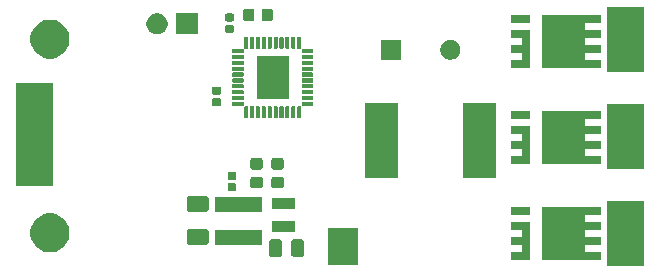
<source format=gbs>
G04 #@! TF.GenerationSoftware,KiCad,Pcbnew,5.1.6*
G04 #@! TF.CreationDate,2020-07-14T15:18:58-04:00*
G04 #@! TF.ProjectId,bldc-controller,626c6463-2d63-46f6-9e74-726f6c6c6572,rev?*
G04 #@! TF.SameCoordinates,Original*
G04 #@! TF.FileFunction,Soldermask,Bot*
G04 #@! TF.FilePolarity,Negative*
%FSLAX46Y46*%
G04 Gerber Fmt 4.6, Leading zero omitted, Abs format (unit mm)*
G04 Created by KiCad (PCBNEW 5.1.6) date 2020-07-14 15:18:58*
%MOMM*%
%LPD*%
G01*
G04 APERTURE LIST*
%ADD10C,0.100000*%
G04 APERTURE END LIST*
D10*
G36*
X78800800Y-122700800D02*
G01*
X75699200Y-122700800D01*
X75699200Y-117199200D01*
X78800800Y-117199200D01*
X78800800Y-122700800D01*
G37*
G36*
X54600800Y-122600800D02*
G01*
X51999200Y-122600800D01*
X51999200Y-119499200D01*
X54600800Y-119499200D01*
X54600800Y-122600800D01*
G37*
G36*
X69180800Y-122205800D02*
G01*
X67529200Y-122205800D01*
X67529200Y-121504200D01*
X68413401Y-121504200D01*
X68423311Y-121503224D01*
X68432841Y-121500333D01*
X68441623Y-121495639D01*
X68449321Y-121489321D01*
X68455639Y-121481623D01*
X68460333Y-121472841D01*
X68463224Y-121463311D01*
X68464200Y-121453401D01*
X68464200Y-120986599D01*
X68463224Y-120976689D01*
X68460333Y-120967159D01*
X68455639Y-120958377D01*
X68449321Y-120950679D01*
X68441623Y-120944361D01*
X68432841Y-120939667D01*
X68423311Y-120936776D01*
X68413401Y-120935800D01*
X67529200Y-120935800D01*
X67529200Y-120234200D01*
X68413401Y-120234200D01*
X68423311Y-120233224D01*
X68432841Y-120230333D01*
X68441623Y-120225639D01*
X68449321Y-120219321D01*
X68455639Y-120211623D01*
X68460333Y-120202841D01*
X68463224Y-120193311D01*
X68464200Y-120183401D01*
X68464200Y-119716599D01*
X68463224Y-119706689D01*
X68460333Y-119697159D01*
X68455639Y-119688377D01*
X68449321Y-119680679D01*
X68441623Y-119674361D01*
X68432841Y-119669667D01*
X68423311Y-119666776D01*
X68413401Y-119665800D01*
X67529200Y-119665800D01*
X67529200Y-118964200D01*
X69180800Y-118964200D01*
X69180800Y-122205800D01*
G37*
G36*
X75170800Y-118395800D02*
G01*
X73874099Y-118395800D01*
X73864189Y-118396776D01*
X73854659Y-118399667D01*
X73845877Y-118404361D01*
X73838179Y-118410679D01*
X73831861Y-118418377D01*
X73827167Y-118427159D01*
X73824276Y-118436689D01*
X73823300Y-118446599D01*
X73823300Y-118913401D01*
X73824276Y-118923311D01*
X73827167Y-118932841D01*
X73831861Y-118941623D01*
X73838179Y-118949321D01*
X73845877Y-118955639D01*
X73854659Y-118960333D01*
X73864189Y-118963224D01*
X73874099Y-118964200D01*
X75170800Y-118964200D01*
X75170800Y-119665800D01*
X73874099Y-119665800D01*
X73864189Y-119666776D01*
X73854659Y-119669667D01*
X73845877Y-119674361D01*
X73838179Y-119680679D01*
X73831861Y-119688377D01*
X73827167Y-119697159D01*
X73824276Y-119706689D01*
X73823300Y-119716599D01*
X73823300Y-120183401D01*
X73824276Y-120193311D01*
X73827167Y-120202841D01*
X73831861Y-120211623D01*
X73838179Y-120219321D01*
X73845877Y-120225639D01*
X73854659Y-120230333D01*
X73864189Y-120233224D01*
X73874099Y-120234200D01*
X75170800Y-120234200D01*
X75170800Y-120935800D01*
X73874099Y-120935800D01*
X73864189Y-120936776D01*
X73854659Y-120939667D01*
X73845877Y-120944361D01*
X73838179Y-120950679D01*
X73831861Y-120958377D01*
X73827167Y-120967159D01*
X73824276Y-120976689D01*
X73823300Y-120986599D01*
X73823300Y-121453401D01*
X73824276Y-121463311D01*
X73827167Y-121472841D01*
X73831861Y-121481623D01*
X73838179Y-121489321D01*
X73845877Y-121495639D01*
X73854659Y-121500333D01*
X73864189Y-121503224D01*
X73874099Y-121504200D01*
X75170800Y-121504200D01*
X75170800Y-122205800D01*
X70171700Y-122205800D01*
X70171700Y-117694200D01*
X75170800Y-117694200D01*
X75170800Y-118395800D01*
G37*
G36*
X49807552Y-120442124D02*
G01*
X49853237Y-120455982D01*
X49895333Y-120478483D01*
X49932234Y-120508766D01*
X49962517Y-120545667D01*
X49985018Y-120587763D01*
X49998876Y-120633448D01*
X50003800Y-120683442D01*
X50003800Y-121692558D01*
X49998876Y-121742552D01*
X49985018Y-121788237D01*
X49962517Y-121830333D01*
X49932234Y-121867234D01*
X49895333Y-121897517D01*
X49853237Y-121920018D01*
X49807552Y-121933876D01*
X49757558Y-121938800D01*
X49173442Y-121938800D01*
X49123448Y-121933876D01*
X49077763Y-121920018D01*
X49035667Y-121897517D01*
X48998766Y-121867234D01*
X48968483Y-121830333D01*
X48945982Y-121788237D01*
X48932124Y-121742552D01*
X48927200Y-121692558D01*
X48927200Y-120683442D01*
X48932124Y-120633448D01*
X48945982Y-120587763D01*
X48968483Y-120545667D01*
X48998766Y-120508766D01*
X49035667Y-120478483D01*
X49077763Y-120455982D01*
X49123448Y-120442124D01*
X49173442Y-120437200D01*
X49757558Y-120437200D01*
X49807552Y-120442124D01*
G37*
G36*
X47932552Y-120442124D02*
G01*
X47978237Y-120455982D01*
X48020333Y-120478483D01*
X48057234Y-120508766D01*
X48087517Y-120545667D01*
X48110018Y-120587763D01*
X48123876Y-120633448D01*
X48128800Y-120683442D01*
X48128800Y-121692558D01*
X48123876Y-121742552D01*
X48110018Y-121788237D01*
X48087517Y-121830333D01*
X48057234Y-121867234D01*
X48020333Y-121897517D01*
X47978237Y-121920018D01*
X47932552Y-121933876D01*
X47882558Y-121938800D01*
X47298442Y-121938800D01*
X47248448Y-121933876D01*
X47202763Y-121920018D01*
X47160667Y-121897517D01*
X47123766Y-121867234D01*
X47093483Y-121830333D01*
X47070982Y-121788237D01*
X47057124Y-121742552D01*
X47052200Y-121692558D01*
X47052200Y-120683442D01*
X47057124Y-120633448D01*
X47070982Y-120587763D01*
X47093483Y-120545667D01*
X47123766Y-120508766D01*
X47160667Y-120478483D01*
X47202763Y-120455982D01*
X47248448Y-120442124D01*
X47298442Y-120437200D01*
X47882558Y-120437200D01*
X47932552Y-120442124D01*
G37*
G36*
X28981521Y-118312639D02*
G01*
X29281947Y-118437080D01*
X29552324Y-118617740D01*
X29782260Y-118847676D01*
X29962920Y-119118053D01*
X30087361Y-119418479D01*
X30150800Y-119737410D01*
X30150800Y-120062590D01*
X30087361Y-120381521D01*
X29962920Y-120681947D01*
X29782260Y-120952324D01*
X29552324Y-121182260D01*
X29281947Y-121362920D01*
X28981521Y-121487361D01*
X28662590Y-121550800D01*
X28337410Y-121550800D01*
X28018479Y-121487361D01*
X27718053Y-121362920D01*
X27447676Y-121182260D01*
X27217740Y-120952324D01*
X27037080Y-120681947D01*
X26912639Y-120381521D01*
X26849200Y-120062590D01*
X26849200Y-119737410D01*
X26912639Y-119418479D01*
X27037080Y-119118053D01*
X27217740Y-118847676D01*
X27447676Y-118617740D01*
X27718053Y-118437080D01*
X28018479Y-118312639D01*
X28337410Y-118249200D01*
X28662590Y-118249200D01*
X28981521Y-118312639D01*
G37*
G36*
X46464800Y-120952800D02*
G01*
X42463200Y-120952800D01*
X42463200Y-119651200D01*
X46464800Y-119651200D01*
X46464800Y-120952800D01*
G37*
G36*
X41732699Y-119579049D02*
G01*
X41777648Y-119592684D01*
X41819072Y-119614826D01*
X41855379Y-119644621D01*
X41885174Y-119680928D01*
X41907316Y-119722352D01*
X41920951Y-119767301D01*
X41925800Y-119816533D01*
X41925800Y-120683467D01*
X41920951Y-120732699D01*
X41907316Y-120777648D01*
X41885174Y-120819072D01*
X41855379Y-120855379D01*
X41819072Y-120885174D01*
X41777648Y-120907316D01*
X41732699Y-120920951D01*
X41683467Y-120925800D01*
X40316533Y-120925800D01*
X40267301Y-120920951D01*
X40222352Y-120907316D01*
X40180928Y-120885174D01*
X40144621Y-120855379D01*
X40114826Y-120819072D01*
X40092684Y-120777648D01*
X40079049Y-120732699D01*
X40074200Y-120683467D01*
X40074200Y-119816533D01*
X40079049Y-119767301D01*
X40092684Y-119722352D01*
X40114826Y-119680928D01*
X40144621Y-119644621D01*
X40180928Y-119614826D01*
X40222352Y-119592684D01*
X40267301Y-119579049D01*
X40316533Y-119574200D01*
X41683467Y-119574200D01*
X41732699Y-119579049D01*
G37*
G36*
X49224800Y-119819800D02*
G01*
X47323200Y-119819800D01*
X47323200Y-118868200D01*
X49224800Y-118868200D01*
X49224800Y-119819800D01*
G37*
G36*
X69180800Y-118395800D02*
G01*
X67529200Y-118395800D01*
X67529200Y-117694200D01*
X69180800Y-117694200D01*
X69180800Y-118395800D01*
G37*
G36*
X46464800Y-118152800D02*
G01*
X42463200Y-118152800D01*
X42463200Y-116851200D01*
X46464800Y-116851200D01*
X46464800Y-118152800D01*
G37*
G36*
X41732699Y-116779049D02*
G01*
X41777648Y-116792684D01*
X41819072Y-116814826D01*
X41855379Y-116844621D01*
X41885174Y-116880928D01*
X41907316Y-116922352D01*
X41920951Y-116967301D01*
X41925800Y-117016533D01*
X41925800Y-117883467D01*
X41920951Y-117932699D01*
X41907316Y-117977648D01*
X41885174Y-118019072D01*
X41855379Y-118055379D01*
X41819072Y-118085174D01*
X41777648Y-118107316D01*
X41732699Y-118120951D01*
X41683467Y-118125800D01*
X40316533Y-118125800D01*
X40267301Y-118120951D01*
X40222352Y-118107316D01*
X40180928Y-118085174D01*
X40144621Y-118055379D01*
X40114826Y-118019072D01*
X40092684Y-117977648D01*
X40079049Y-117932699D01*
X40074200Y-117883467D01*
X40074200Y-117016533D01*
X40079049Y-116967301D01*
X40092684Y-116922352D01*
X40114826Y-116880928D01*
X40144621Y-116844621D01*
X40180928Y-116814826D01*
X40222352Y-116792684D01*
X40267301Y-116779049D01*
X40316533Y-116774200D01*
X41683467Y-116774200D01*
X41732699Y-116779049D01*
G37*
G36*
X49224800Y-117919800D02*
G01*
X47323200Y-117919800D01*
X47323200Y-116968200D01*
X49224800Y-116968200D01*
X49224800Y-117919800D01*
G37*
G36*
X44152027Y-115692275D02*
G01*
X44179650Y-115700654D01*
X44205113Y-115714264D01*
X44227425Y-115732575D01*
X44245736Y-115754887D01*
X44259346Y-115780350D01*
X44267725Y-115807973D01*
X44270800Y-115839191D01*
X44270800Y-116230809D01*
X44267725Y-116262027D01*
X44259346Y-116289650D01*
X44245736Y-116315113D01*
X44227425Y-116337425D01*
X44205113Y-116355736D01*
X44179650Y-116369346D01*
X44152027Y-116377725D01*
X44120809Y-116380800D01*
X43679191Y-116380800D01*
X43647973Y-116377725D01*
X43620350Y-116369346D01*
X43594887Y-116355736D01*
X43572575Y-116337425D01*
X43554264Y-116315113D01*
X43540654Y-116289650D01*
X43532275Y-116262027D01*
X43529200Y-116230809D01*
X43529200Y-115839191D01*
X43532275Y-115807973D01*
X43540654Y-115780350D01*
X43554264Y-115754887D01*
X43572575Y-115732575D01*
X43594887Y-115714264D01*
X43620350Y-115700654D01*
X43647973Y-115692275D01*
X43679191Y-115689200D01*
X44120809Y-115689200D01*
X44152027Y-115692275D01*
G37*
G36*
X46337674Y-115141643D02*
G01*
X46378667Y-115154078D01*
X46416448Y-115174273D01*
X46449556Y-115201444D01*
X46476727Y-115234552D01*
X46496922Y-115272333D01*
X46509357Y-115313326D01*
X46513800Y-115358441D01*
X46513800Y-115892559D01*
X46509357Y-115937674D01*
X46496922Y-115978667D01*
X46476727Y-116016448D01*
X46449556Y-116049556D01*
X46416448Y-116076727D01*
X46378667Y-116096922D01*
X46337674Y-116109357D01*
X46292559Y-116113800D01*
X45683441Y-116113800D01*
X45638326Y-116109357D01*
X45597333Y-116096922D01*
X45559552Y-116076727D01*
X45526444Y-116049556D01*
X45499273Y-116016448D01*
X45479078Y-115978667D01*
X45466643Y-115937674D01*
X45462200Y-115892559D01*
X45462200Y-115358441D01*
X45466643Y-115313326D01*
X45479078Y-115272333D01*
X45499273Y-115234552D01*
X45526444Y-115201444D01*
X45559552Y-115174273D01*
X45597333Y-115154078D01*
X45638326Y-115141643D01*
X45683441Y-115137200D01*
X46292559Y-115137200D01*
X46337674Y-115141643D01*
G37*
G36*
X48115674Y-115141643D02*
G01*
X48156667Y-115154078D01*
X48194448Y-115174273D01*
X48227556Y-115201444D01*
X48254727Y-115234552D01*
X48274922Y-115272333D01*
X48287357Y-115313326D01*
X48291800Y-115358441D01*
X48291800Y-115892559D01*
X48287357Y-115937674D01*
X48274922Y-115978667D01*
X48254727Y-116016448D01*
X48227556Y-116049556D01*
X48194448Y-116076727D01*
X48156667Y-116096922D01*
X48115674Y-116109357D01*
X48070559Y-116113800D01*
X47461441Y-116113800D01*
X47416326Y-116109357D01*
X47375333Y-116096922D01*
X47337552Y-116076727D01*
X47304444Y-116049556D01*
X47277273Y-116016448D01*
X47257078Y-115978667D01*
X47244643Y-115937674D01*
X47240200Y-115892559D01*
X47240200Y-115358441D01*
X47244643Y-115313326D01*
X47257078Y-115272333D01*
X47277273Y-115234552D01*
X47304444Y-115201444D01*
X47337552Y-115174273D01*
X47375333Y-115154078D01*
X47416326Y-115141643D01*
X47461441Y-115137200D01*
X48070559Y-115137200D01*
X48115674Y-115141643D01*
G37*
G36*
X28750800Y-115950800D02*
G01*
X25649200Y-115950800D01*
X25649200Y-107249200D01*
X28750800Y-107249200D01*
X28750800Y-115950800D01*
G37*
G36*
X44152027Y-114722275D02*
G01*
X44179650Y-114730654D01*
X44205113Y-114744264D01*
X44227425Y-114762575D01*
X44245736Y-114784887D01*
X44259346Y-114810350D01*
X44267725Y-114837973D01*
X44270800Y-114869191D01*
X44270800Y-115260809D01*
X44267725Y-115292027D01*
X44259346Y-115319650D01*
X44245736Y-115345113D01*
X44227425Y-115367425D01*
X44205113Y-115385736D01*
X44179650Y-115399346D01*
X44152027Y-115407725D01*
X44120809Y-115410800D01*
X43679191Y-115410800D01*
X43647973Y-115407725D01*
X43620350Y-115399346D01*
X43594887Y-115385736D01*
X43572575Y-115367425D01*
X43554264Y-115345113D01*
X43540654Y-115319650D01*
X43532275Y-115292027D01*
X43529200Y-115260809D01*
X43529200Y-114869191D01*
X43532275Y-114837973D01*
X43540654Y-114810350D01*
X43554264Y-114784887D01*
X43572575Y-114762575D01*
X43594887Y-114744264D01*
X43620350Y-114730654D01*
X43647973Y-114722275D01*
X43679191Y-114719200D01*
X44120809Y-114719200D01*
X44152027Y-114722275D01*
G37*
G36*
X66290800Y-115216800D02*
G01*
X63489200Y-115216800D01*
X63489200Y-108915200D01*
X66290800Y-108915200D01*
X66290800Y-115216800D01*
G37*
G36*
X57990800Y-115216800D02*
G01*
X55189200Y-115216800D01*
X55189200Y-108915200D01*
X57990800Y-108915200D01*
X57990800Y-115216800D01*
G37*
G36*
X46337674Y-113566643D02*
G01*
X46378667Y-113579078D01*
X46416448Y-113599273D01*
X46449556Y-113626444D01*
X46476727Y-113659552D01*
X46496922Y-113697333D01*
X46509357Y-113738326D01*
X46513800Y-113783441D01*
X46513800Y-114317559D01*
X46509357Y-114362674D01*
X46496922Y-114403667D01*
X46476727Y-114441448D01*
X46449556Y-114474556D01*
X46416448Y-114501727D01*
X46378667Y-114521922D01*
X46337674Y-114534357D01*
X46292559Y-114538800D01*
X45683441Y-114538800D01*
X45638326Y-114534357D01*
X45597333Y-114521922D01*
X45559552Y-114501727D01*
X45526444Y-114474556D01*
X45499273Y-114441448D01*
X45479078Y-114403667D01*
X45466643Y-114362674D01*
X45462200Y-114317559D01*
X45462200Y-113783441D01*
X45466643Y-113738326D01*
X45479078Y-113697333D01*
X45499273Y-113659552D01*
X45526444Y-113626444D01*
X45559552Y-113599273D01*
X45597333Y-113579078D01*
X45638326Y-113566643D01*
X45683441Y-113562200D01*
X46292559Y-113562200D01*
X46337674Y-113566643D01*
G37*
G36*
X48115674Y-113566643D02*
G01*
X48156667Y-113579078D01*
X48194448Y-113599273D01*
X48227556Y-113626444D01*
X48254727Y-113659552D01*
X48274922Y-113697333D01*
X48287357Y-113738326D01*
X48291800Y-113783441D01*
X48291800Y-114317559D01*
X48287357Y-114362674D01*
X48274922Y-114403667D01*
X48254727Y-114441448D01*
X48227556Y-114474556D01*
X48194448Y-114501727D01*
X48156667Y-114521922D01*
X48115674Y-114534357D01*
X48070559Y-114538800D01*
X47461441Y-114538800D01*
X47416326Y-114534357D01*
X47375333Y-114521922D01*
X47337552Y-114501727D01*
X47304444Y-114474556D01*
X47277273Y-114441448D01*
X47257078Y-114403667D01*
X47244643Y-114362674D01*
X47240200Y-114317559D01*
X47240200Y-113783441D01*
X47244643Y-113738326D01*
X47257078Y-113697333D01*
X47277273Y-113659552D01*
X47304444Y-113626444D01*
X47337552Y-113599273D01*
X47375333Y-113579078D01*
X47416326Y-113566643D01*
X47461441Y-113562200D01*
X48070559Y-113562200D01*
X48115674Y-113566643D01*
G37*
G36*
X78800800Y-114500800D02*
G01*
X75699200Y-114500800D01*
X75699200Y-108999200D01*
X78800800Y-108999200D01*
X78800800Y-114500800D01*
G37*
G36*
X69180800Y-114067800D02*
G01*
X67529200Y-114067800D01*
X67529200Y-113366200D01*
X68413401Y-113366200D01*
X68423311Y-113365224D01*
X68432841Y-113362333D01*
X68441623Y-113357639D01*
X68449321Y-113351321D01*
X68455639Y-113343623D01*
X68460333Y-113334841D01*
X68463224Y-113325311D01*
X68464200Y-113315401D01*
X68464200Y-112848599D01*
X68463224Y-112838689D01*
X68460333Y-112829159D01*
X68455639Y-112820377D01*
X68449321Y-112812679D01*
X68441623Y-112806361D01*
X68432841Y-112801667D01*
X68423311Y-112798776D01*
X68413401Y-112797800D01*
X67529200Y-112797800D01*
X67529200Y-112096200D01*
X68413401Y-112096200D01*
X68423311Y-112095224D01*
X68432841Y-112092333D01*
X68441623Y-112087639D01*
X68449321Y-112081321D01*
X68455639Y-112073623D01*
X68460333Y-112064841D01*
X68463224Y-112055311D01*
X68464200Y-112045401D01*
X68464200Y-111578599D01*
X68463224Y-111568689D01*
X68460333Y-111559159D01*
X68455639Y-111550377D01*
X68449321Y-111542679D01*
X68441623Y-111536361D01*
X68432841Y-111531667D01*
X68423311Y-111528776D01*
X68413401Y-111527800D01*
X67529200Y-111527800D01*
X67529200Y-110826200D01*
X69180800Y-110826200D01*
X69180800Y-114067800D01*
G37*
G36*
X75170800Y-110257800D02*
G01*
X73874099Y-110257800D01*
X73864189Y-110258776D01*
X73854659Y-110261667D01*
X73845877Y-110266361D01*
X73838179Y-110272679D01*
X73831861Y-110280377D01*
X73827167Y-110289159D01*
X73824276Y-110298689D01*
X73823300Y-110308599D01*
X73823300Y-110775401D01*
X73824276Y-110785311D01*
X73827167Y-110794841D01*
X73831861Y-110803623D01*
X73838179Y-110811321D01*
X73845877Y-110817639D01*
X73854659Y-110822333D01*
X73864189Y-110825224D01*
X73874099Y-110826200D01*
X75170800Y-110826200D01*
X75170800Y-111527800D01*
X73874099Y-111527800D01*
X73864189Y-111528776D01*
X73854659Y-111531667D01*
X73845877Y-111536361D01*
X73838179Y-111542679D01*
X73831861Y-111550377D01*
X73827167Y-111559159D01*
X73824276Y-111568689D01*
X73823300Y-111578599D01*
X73823300Y-112045401D01*
X73824276Y-112055311D01*
X73827167Y-112064841D01*
X73831861Y-112073623D01*
X73838179Y-112081321D01*
X73845877Y-112087639D01*
X73854659Y-112092333D01*
X73864189Y-112095224D01*
X73874099Y-112096200D01*
X75170800Y-112096200D01*
X75170800Y-112797800D01*
X73874099Y-112797800D01*
X73864189Y-112798776D01*
X73854659Y-112801667D01*
X73845877Y-112806361D01*
X73838179Y-112812679D01*
X73831861Y-112820377D01*
X73827167Y-112829159D01*
X73824276Y-112838689D01*
X73823300Y-112848599D01*
X73823300Y-113315401D01*
X73824276Y-113325311D01*
X73827167Y-113334841D01*
X73831861Y-113343623D01*
X73838179Y-113351321D01*
X73845877Y-113357639D01*
X73854659Y-113362333D01*
X73864189Y-113365224D01*
X73874099Y-113366200D01*
X75170800Y-113366200D01*
X75170800Y-114067800D01*
X70171700Y-114067800D01*
X70171700Y-109556200D01*
X75170800Y-109556200D01*
X75170800Y-110257800D01*
G37*
G36*
X69180800Y-110257800D02*
G01*
X67529200Y-110257800D01*
X67529200Y-109556200D01*
X69180800Y-109556200D01*
X69180800Y-110257800D01*
G37*
G36*
X47725444Y-109200641D02*
G01*
X47737124Y-109204184D01*
X47747886Y-109209937D01*
X47757320Y-109217680D01*
X47765063Y-109227114D01*
X47770816Y-109237876D01*
X47774359Y-109249556D01*
X47775800Y-109264191D01*
X47775800Y-110110809D01*
X47774359Y-110125444D01*
X47770816Y-110137124D01*
X47765063Y-110147886D01*
X47757320Y-110157320D01*
X47747886Y-110165063D01*
X47737124Y-110170816D01*
X47725444Y-110174359D01*
X47710809Y-110175800D01*
X47489191Y-110175800D01*
X47474556Y-110174359D01*
X47462876Y-110170816D01*
X47452114Y-110165063D01*
X47442680Y-110157320D01*
X47434937Y-110147886D01*
X47429184Y-110137124D01*
X47425641Y-110125444D01*
X47424200Y-110110809D01*
X47424200Y-109264191D01*
X47425641Y-109249556D01*
X47429184Y-109237876D01*
X47434937Y-109227114D01*
X47442680Y-109217680D01*
X47452114Y-109209937D01*
X47462876Y-109204184D01*
X47474556Y-109200641D01*
X47489191Y-109199200D01*
X47710809Y-109199200D01*
X47725444Y-109200641D01*
G37*
G36*
X49725444Y-109200641D02*
G01*
X49741068Y-109205381D01*
X49742709Y-109206060D01*
X49752477Y-109208001D01*
X49762435Y-109207999D01*
X49768136Y-109206864D01*
X49766999Y-109212585D01*
X49767001Y-109222543D01*
X49768945Y-109232310D01*
X49769626Y-109233953D01*
X49774359Y-109249556D01*
X49775800Y-109264191D01*
X49775800Y-110110809D01*
X49774359Y-110125444D01*
X49770816Y-110137124D01*
X49765063Y-110147886D01*
X49757320Y-110157320D01*
X49747886Y-110165063D01*
X49737124Y-110170816D01*
X49725444Y-110174359D01*
X49710809Y-110175800D01*
X49489191Y-110175800D01*
X49474556Y-110174359D01*
X49462876Y-110170816D01*
X49452114Y-110165063D01*
X49442680Y-110157320D01*
X49434937Y-110147886D01*
X49429184Y-110137124D01*
X49425641Y-110125444D01*
X49424200Y-110110809D01*
X49424200Y-109264191D01*
X49425641Y-109249556D01*
X49429184Y-109237876D01*
X49434937Y-109227114D01*
X49442680Y-109217680D01*
X49452114Y-109209937D01*
X49462876Y-109204184D01*
X49474556Y-109200641D01*
X49489191Y-109199200D01*
X49710809Y-109199200D01*
X49725444Y-109200641D01*
G37*
G36*
X48725444Y-109200641D02*
G01*
X48737124Y-109204184D01*
X48747886Y-109209937D01*
X48757320Y-109217680D01*
X48765063Y-109227114D01*
X48770816Y-109237876D01*
X48774359Y-109249556D01*
X48775800Y-109264191D01*
X48775800Y-110110809D01*
X48774359Y-110125444D01*
X48770816Y-110137124D01*
X48765063Y-110147886D01*
X48757320Y-110157320D01*
X48747886Y-110165063D01*
X48737124Y-110170816D01*
X48725444Y-110174359D01*
X48710809Y-110175800D01*
X48489191Y-110175800D01*
X48474556Y-110174359D01*
X48462876Y-110170816D01*
X48452114Y-110165063D01*
X48442680Y-110157320D01*
X48434937Y-110147886D01*
X48429184Y-110137124D01*
X48425641Y-110125444D01*
X48424200Y-110110809D01*
X48424200Y-109264191D01*
X48425641Y-109249556D01*
X48429184Y-109237876D01*
X48434937Y-109227114D01*
X48442680Y-109217680D01*
X48452114Y-109209937D01*
X48462876Y-109204184D01*
X48474556Y-109200641D01*
X48489191Y-109199200D01*
X48710809Y-109199200D01*
X48725444Y-109200641D01*
G37*
G36*
X48225444Y-109200641D02*
G01*
X48237124Y-109204184D01*
X48247886Y-109209937D01*
X48257320Y-109217680D01*
X48265063Y-109227114D01*
X48270816Y-109237876D01*
X48274359Y-109249556D01*
X48275800Y-109264191D01*
X48275800Y-110110809D01*
X48274359Y-110125444D01*
X48270816Y-110137124D01*
X48265063Y-110147886D01*
X48257320Y-110157320D01*
X48247886Y-110165063D01*
X48237124Y-110170816D01*
X48225444Y-110174359D01*
X48210809Y-110175800D01*
X47989191Y-110175800D01*
X47974556Y-110174359D01*
X47962876Y-110170816D01*
X47952114Y-110165063D01*
X47942680Y-110157320D01*
X47934937Y-110147886D01*
X47929184Y-110137124D01*
X47925641Y-110125444D01*
X47924200Y-110110809D01*
X47924200Y-109264191D01*
X47925641Y-109249556D01*
X47929184Y-109237876D01*
X47934937Y-109227114D01*
X47942680Y-109217680D01*
X47952114Y-109209937D01*
X47962876Y-109204184D01*
X47974556Y-109200641D01*
X47989191Y-109199200D01*
X48210809Y-109199200D01*
X48225444Y-109200641D01*
G37*
G36*
X47225444Y-109200641D02*
G01*
X47237124Y-109204184D01*
X47247886Y-109209937D01*
X47257320Y-109217680D01*
X47265063Y-109227114D01*
X47270816Y-109237876D01*
X47274359Y-109249556D01*
X47275800Y-109264191D01*
X47275800Y-110110809D01*
X47274359Y-110125444D01*
X47270816Y-110137124D01*
X47265063Y-110147886D01*
X47257320Y-110157320D01*
X47247886Y-110165063D01*
X47237124Y-110170816D01*
X47225444Y-110174359D01*
X47210809Y-110175800D01*
X46989191Y-110175800D01*
X46974556Y-110174359D01*
X46962876Y-110170816D01*
X46952114Y-110165063D01*
X46942680Y-110157320D01*
X46934937Y-110147886D01*
X46929184Y-110137124D01*
X46925641Y-110125444D01*
X46924200Y-110110809D01*
X46924200Y-109264191D01*
X46925641Y-109249556D01*
X46929184Y-109237876D01*
X46934937Y-109227114D01*
X46942680Y-109217680D01*
X46952114Y-109209937D01*
X46962876Y-109204184D01*
X46974556Y-109200641D01*
X46989191Y-109199200D01*
X47210809Y-109199200D01*
X47225444Y-109200641D01*
G37*
G36*
X46725444Y-109200641D02*
G01*
X46737124Y-109204184D01*
X46747886Y-109209937D01*
X46757320Y-109217680D01*
X46765063Y-109227114D01*
X46770816Y-109237876D01*
X46774359Y-109249556D01*
X46775800Y-109264191D01*
X46775800Y-110110809D01*
X46774359Y-110125444D01*
X46770816Y-110137124D01*
X46765063Y-110147886D01*
X46757320Y-110157320D01*
X46747886Y-110165063D01*
X46737124Y-110170816D01*
X46725444Y-110174359D01*
X46710809Y-110175800D01*
X46489191Y-110175800D01*
X46474556Y-110174359D01*
X46462876Y-110170816D01*
X46452114Y-110165063D01*
X46442680Y-110157320D01*
X46434937Y-110147886D01*
X46429184Y-110137124D01*
X46425641Y-110125444D01*
X46424200Y-110110809D01*
X46424200Y-109264191D01*
X46425641Y-109249556D01*
X46429184Y-109237876D01*
X46434937Y-109227114D01*
X46442680Y-109217680D01*
X46452114Y-109209937D01*
X46462876Y-109204184D01*
X46474556Y-109200641D01*
X46489191Y-109199200D01*
X46710809Y-109199200D01*
X46725444Y-109200641D01*
G37*
G36*
X45725444Y-109200641D02*
G01*
X45737124Y-109204184D01*
X45747886Y-109209937D01*
X45757320Y-109217680D01*
X45765063Y-109227114D01*
X45770816Y-109237876D01*
X45774359Y-109249556D01*
X45775800Y-109264191D01*
X45775800Y-110110809D01*
X45774359Y-110125444D01*
X45770816Y-110137124D01*
X45765063Y-110147886D01*
X45757320Y-110157320D01*
X45747886Y-110165063D01*
X45737124Y-110170816D01*
X45725444Y-110174359D01*
X45710809Y-110175800D01*
X45489191Y-110175800D01*
X45474556Y-110174359D01*
X45462876Y-110170816D01*
X45452114Y-110165063D01*
X45442680Y-110157320D01*
X45434937Y-110147886D01*
X45429184Y-110137124D01*
X45425641Y-110125444D01*
X45424200Y-110110809D01*
X45424200Y-109264191D01*
X45425641Y-109249556D01*
X45429184Y-109237876D01*
X45434937Y-109227114D01*
X45442680Y-109217680D01*
X45452114Y-109209937D01*
X45462876Y-109204184D01*
X45474556Y-109200641D01*
X45489191Y-109199200D01*
X45710809Y-109199200D01*
X45725444Y-109200641D01*
G37*
G36*
X49225444Y-109200641D02*
G01*
X49237124Y-109204184D01*
X49247886Y-109209937D01*
X49257320Y-109217680D01*
X49265063Y-109227114D01*
X49270816Y-109237876D01*
X49274359Y-109249556D01*
X49275800Y-109264191D01*
X49275800Y-110110809D01*
X49274359Y-110125444D01*
X49270816Y-110137124D01*
X49265063Y-110147886D01*
X49257320Y-110157320D01*
X49247886Y-110165063D01*
X49237124Y-110170816D01*
X49225444Y-110174359D01*
X49210809Y-110175800D01*
X48989191Y-110175800D01*
X48974556Y-110174359D01*
X48962876Y-110170816D01*
X48952114Y-110165063D01*
X48942680Y-110157320D01*
X48934937Y-110147886D01*
X48929184Y-110137124D01*
X48925641Y-110125444D01*
X48924200Y-110110809D01*
X48924200Y-109264191D01*
X48925641Y-109249556D01*
X48929184Y-109237876D01*
X48934937Y-109227114D01*
X48942680Y-109217680D01*
X48952114Y-109209937D01*
X48962876Y-109204184D01*
X48974556Y-109200641D01*
X48989191Y-109199200D01*
X49210809Y-109199200D01*
X49225444Y-109200641D01*
G37*
G36*
X46225444Y-109200641D02*
G01*
X46237124Y-109204184D01*
X46247886Y-109209937D01*
X46257320Y-109217680D01*
X46265063Y-109227114D01*
X46270816Y-109237876D01*
X46274359Y-109249556D01*
X46275800Y-109264191D01*
X46275800Y-110110809D01*
X46274359Y-110125444D01*
X46270816Y-110137124D01*
X46265063Y-110147886D01*
X46257320Y-110157320D01*
X46247886Y-110165063D01*
X46237124Y-110170816D01*
X46225444Y-110174359D01*
X46210809Y-110175800D01*
X45989191Y-110175800D01*
X45974556Y-110174359D01*
X45962876Y-110170816D01*
X45952114Y-110165063D01*
X45942680Y-110157320D01*
X45934937Y-110147886D01*
X45929184Y-110137124D01*
X45925641Y-110125444D01*
X45924200Y-110110809D01*
X45924200Y-109264191D01*
X45925641Y-109249556D01*
X45929184Y-109237876D01*
X45934937Y-109227114D01*
X45942680Y-109217680D01*
X45952114Y-109209937D01*
X45962876Y-109204184D01*
X45974556Y-109200641D01*
X45989191Y-109199200D01*
X46210809Y-109199200D01*
X46225444Y-109200641D01*
G37*
G36*
X45225444Y-109200641D02*
G01*
X45237124Y-109204184D01*
X45247886Y-109209937D01*
X45257320Y-109217680D01*
X45265063Y-109227114D01*
X45270816Y-109237876D01*
X45274359Y-109249556D01*
X45275800Y-109264191D01*
X45275800Y-110110809D01*
X45274359Y-110125444D01*
X45270816Y-110137124D01*
X45265063Y-110147886D01*
X45257320Y-110157320D01*
X45247886Y-110165063D01*
X45237124Y-110170816D01*
X45225444Y-110174359D01*
X45210809Y-110175800D01*
X44989191Y-110175800D01*
X44974556Y-110174359D01*
X44962876Y-110170816D01*
X44952114Y-110165063D01*
X44942680Y-110157320D01*
X44934937Y-110147886D01*
X44929184Y-110137124D01*
X44925641Y-110125444D01*
X44924200Y-110110809D01*
X44924200Y-109264191D01*
X44925641Y-109249556D01*
X44930381Y-109233932D01*
X44931060Y-109232291D01*
X44933001Y-109222523D01*
X44932999Y-109212565D01*
X44931864Y-109206864D01*
X44937585Y-109208001D01*
X44947543Y-109207999D01*
X44957310Y-109206055D01*
X44958953Y-109205374D01*
X44974556Y-109200641D01*
X44989191Y-109199200D01*
X45210809Y-109199200D01*
X45225444Y-109200641D01*
G37*
G36*
X42852027Y-108492275D02*
G01*
X42879650Y-108500654D01*
X42905113Y-108514264D01*
X42927425Y-108532575D01*
X42945736Y-108554887D01*
X42959346Y-108580350D01*
X42967725Y-108607973D01*
X42970800Y-108639191D01*
X42970800Y-109030809D01*
X42967725Y-109062027D01*
X42959346Y-109089650D01*
X42945736Y-109115113D01*
X42927425Y-109137425D01*
X42905113Y-109155736D01*
X42879650Y-109169346D01*
X42852027Y-109177725D01*
X42820809Y-109180800D01*
X42379191Y-109180800D01*
X42347973Y-109177725D01*
X42320350Y-109169346D01*
X42294887Y-109155736D01*
X42272575Y-109137425D01*
X42254264Y-109115113D01*
X42240654Y-109089650D01*
X42232275Y-109062027D01*
X42229200Y-109030809D01*
X42229200Y-108639191D01*
X42232275Y-108607973D01*
X42240654Y-108580350D01*
X42254264Y-108554887D01*
X42272575Y-108532575D01*
X42294887Y-108514264D01*
X42320350Y-108500654D01*
X42347973Y-108492275D01*
X42379191Y-108489200D01*
X42820809Y-108489200D01*
X42852027Y-108492275D01*
G37*
G36*
X50725444Y-108825641D02*
G01*
X50737124Y-108829184D01*
X50747886Y-108834937D01*
X50757320Y-108842680D01*
X50765063Y-108852114D01*
X50770816Y-108862876D01*
X50774359Y-108874556D01*
X50775800Y-108889191D01*
X50775800Y-109110809D01*
X50774359Y-109125444D01*
X50770816Y-109137124D01*
X50765063Y-109147886D01*
X50757320Y-109157320D01*
X50747886Y-109165063D01*
X50737124Y-109170816D01*
X50725444Y-109174359D01*
X50710809Y-109175800D01*
X49864191Y-109175800D01*
X49849556Y-109174359D01*
X49833932Y-109169619D01*
X49832291Y-109168940D01*
X49822523Y-109166999D01*
X49812565Y-109167001D01*
X49806864Y-109168136D01*
X49808001Y-109162415D01*
X49807999Y-109152457D01*
X49806055Y-109142690D01*
X49805374Y-109141047D01*
X49800641Y-109125444D01*
X49799200Y-109110809D01*
X49799200Y-108889191D01*
X49800641Y-108874556D01*
X49804184Y-108862876D01*
X49809937Y-108852114D01*
X49817680Y-108842680D01*
X49827114Y-108834937D01*
X49837876Y-108829184D01*
X49849556Y-108825641D01*
X49864191Y-108824200D01*
X50710809Y-108824200D01*
X50725444Y-108825641D01*
G37*
G36*
X44850444Y-108825641D02*
G01*
X44862124Y-108829184D01*
X44872886Y-108834937D01*
X44882320Y-108842680D01*
X44890063Y-108852114D01*
X44895816Y-108862876D01*
X44899359Y-108874556D01*
X44900800Y-108889191D01*
X44900800Y-109110809D01*
X44899359Y-109125444D01*
X44894619Y-109141068D01*
X44893940Y-109142709D01*
X44891999Y-109152477D01*
X44892001Y-109162435D01*
X44893136Y-109168136D01*
X44887415Y-109166999D01*
X44877457Y-109167001D01*
X44867690Y-109168945D01*
X44866047Y-109169626D01*
X44850444Y-109174359D01*
X44835809Y-109175800D01*
X43989191Y-109175800D01*
X43974556Y-109174359D01*
X43962876Y-109170816D01*
X43952114Y-109165063D01*
X43942680Y-109157320D01*
X43934937Y-109147886D01*
X43929184Y-109137124D01*
X43925641Y-109125444D01*
X43924200Y-109110809D01*
X43924200Y-108889191D01*
X43925641Y-108874556D01*
X43929184Y-108862876D01*
X43934937Y-108852114D01*
X43942680Y-108842680D01*
X43952114Y-108834937D01*
X43962876Y-108829184D01*
X43974556Y-108825641D01*
X43989191Y-108824200D01*
X44835809Y-108824200D01*
X44850444Y-108825641D01*
G37*
G36*
X44850444Y-108325641D02*
G01*
X44862124Y-108329184D01*
X44872886Y-108334937D01*
X44882320Y-108342680D01*
X44890063Y-108352114D01*
X44895816Y-108362876D01*
X44899359Y-108374556D01*
X44900800Y-108389191D01*
X44900800Y-108610809D01*
X44899359Y-108625444D01*
X44895816Y-108637124D01*
X44890063Y-108647886D01*
X44882320Y-108657320D01*
X44872886Y-108665063D01*
X44862124Y-108670816D01*
X44850444Y-108674359D01*
X44835809Y-108675800D01*
X43989191Y-108675800D01*
X43974556Y-108674359D01*
X43962876Y-108670816D01*
X43952114Y-108665063D01*
X43942680Y-108657320D01*
X43934937Y-108647886D01*
X43929184Y-108637124D01*
X43925641Y-108625444D01*
X43924200Y-108610809D01*
X43924200Y-108389191D01*
X43925641Y-108374556D01*
X43929184Y-108362876D01*
X43934937Y-108352114D01*
X43942680Y-108342680D01*
X43952114Y-108334937D01*
X43962876Y-108329184D01*
X43974556Y-108325641D01*
X43989191Y-108324200D01*
X44835809Y-108324200D01*
X44850444Y-108325641D01*
G37*
G36*
X50725444Y-108325641D02*
G01*
X50737124Y-108329184D01*
X50747886Y-108334937D01*
X50757320Y-108342680D01*
X50765063Y-108352114D01*
X50770816Y-108362876D01*
X50774359Y-108374556D01*
X50775800Y-108389191D01*
X50775800Y-108610809D01*
X50774359Y-108625444D01*
X50770816Y-108637124D01*
X50765063Y-108647886D01*
X50757320Y-108657320D01*
X50747886Y-108665063D01*
X50737124Y-108670816D01*
X50725444Y-108674359D01*
X50710809Y-108675800D01*
X49864191Y-108675800D01*
X49849556Y-108674359D01*
X49837876Y-108670816D01*
X49827114Y-108665063D01*
X49817680Y-108657320D01*
X49809937Y-108647886D01*
X49804184Y-108637124D01*
X49800641Y-108625444D01*
X49799200Y-108610809D01*
X49799200Y-108389191D01*
X49800641Y-108374556D01*
X49804184Y-108362876D01*
X49809937Y-108352114D01*
X49817680Y-108342680D01*
X49827114Y-108334937D01*
X49837876Y-108329184D01*
X49849556Y-108325641D01*
X49864191Y-108324200D01*
X50710809Y-108324200D01*
X50725444Y-108325641D01*
G37*
G36*
X48710800Y-108560800D02*
G01*
X45989200Y-108560800D01*
X45989200Y-104939200D01*
X48710800Y-104939200D01*
X48710800Y-108560800D01*
G37*
G36*
X42852027Y-107522275D02*
G01*
X42879650Y-107530654D01*
X42905113Y-107544264D01*
X42927425Y-107562575D01*
X42945736Y-107584887D01*
X42959346Y-107610350D01*
X42967725Y-107637973D01*
X42970800Y-107669191D01*
X42970800Y-108060809D01*
X42967725Y-108092027D01*
X42959346Y-108119650D01*
X42945736Y-108145113D01*
X42927425Y-108167425D01*
X42905113Y-108185736D01*
X42879650Y-108199346D01*
X42852027Y-108207725D01*
X42820809Y-108210800D01*
X42379191Y-108210800D01*
X42347973Y-108207725D01*
X42320350Y-108199346D01*
X42294887Y-108185736D01*
X42272575Y-108167425D01*
X42254264Y-108145113D01*
X42240654Y-108119650D01*
X42232275Y-108092027D01*
X42229200Y-108060809D01*
X42229200Y-107669191D01*
X42232275Y-107637973D01*
X42240654Y-107610350D01*
X42254264Y-107584887D01*
X42272575Y-107562575D01*
X42294887Y-107544264D01*
X42320350Y-107530654D01*
X42347973Y-107522275D01*
X42379191Y-107519200D01*
X42820809Y-107519200D01*
X42852027Y-107522275D01*
G37*
G36*
X50725444Y-107825641D02*
G01*
X50737124Y-107829184D01*
X50747886Y-107834937D01*
X50757320Y-107842680D01*
X50765063Y-107852114D01*
X50770816Y-107862876D01*
X50774359Y-107874556D01*
X50775800Y-107889191D01*
X50775800Y-108110809D01*
X50774359Y-108125444D01*
X50770816Y-108137124D01*
X50765063Y-108147886D01*
X50757320Y-108157320D01*
X50747886Y-108165063D01*
X50737124Y-108170816D01*
X50725444Y-108174359D01*
X50710809Y-108175800D01*
X49864191Y-108175800D01*
X49849556Y-108174359D01*
X49837876Y-108170816D01*
X49827114Y-108165063D01*
X49817680Y-108157320D01*
X49809937Y-108147886D01*
X49804184Y-108137124D01*
X49800641Y-108125444D01*
X49799200Y-108110809D01*
X49799200Y-107889191D01*
X49800641Y-107874556D01*
X49804184Y-107862876D01*
X49809937Y-107852114D01*
X49817680Y-107842680D01*
X49827114Y-107834937D01*
X49837876Y-107829184D01*
X49849556Y-107825641D01*
X49864191Y-107824200D01*
X50710809Y-107824200D01*
X50725444Y-107825641D01*
G37*
G36*
X44850444Y-107825641D02*
G01*
X44862124Y-107829184D01*
X44872886Y-107834937D01*
X44882320Y-107842680D01*
X44890063Y-107852114D01*
X44895816Y-107862876D01*
X44899359Y-107874556D01*
X44900800Y-107889191D01*
X44900800Y-108110809D01*
X44899359Y-108125444D01*
X44895816Y-108137124D01*
X44890063Y-108147886D01*
X44882320Y-108157320D01*
X44872886Y-108165063D01*
X44862124Y-108170816D01*
X44850444Y-108174359D01*
X44835809Y-108175800D01*
X43989191Y-108175800D01*
X43974556Y-108174359D01*
X43962876Y-108170816D01*
X43952114Y-108165063D01*
X43942680Y-108157320D01*
X43934937Y-108147886D01*
X43929184Y-108137124D01*
X43925641Y-108125444D01*
X43924200Y-108110809D01*
X43924200Y-107889191D01*
X43925641Y-107874556D01*
X43929184Y-107862876D01*
X43934937Y-107852114D01*
X43942680Y-107842680D01*
X43952114Y-107834937D01*
X43962876Y-107829184D01*
X43974556Y-107825641D01*
X43989191Y-107824200D01*
X44835809Y-107824200D01*
X44850444Y-107825641D01*
G37*
G36*
X50725444Y-107325641D02*
G01*
X50737124Y-107329184D01*
X50747886Y-107334937D01*
X50757320Y-107342680D01*
X50765063Y-107352114D01*
X50770816Y-107362876D01*
X50774359Y-107374556D01*
X50775800Y-107389191D01*
X50775800Y-107610809D01*
X50774359Y-107625444D01*
X50770816Y-107637124D01*
X50765063Y-107647886D01*
X50757320Y-107657320D01*
X50747886Y-107665063D01*
X50737124Y-107670816D01*
X50725444Y-107674359D01*
X50710809Y-107675800D01*
X49864191Y-107675800D01*
X49849556Y-107674359D01*
X49837876Y-107670816D01*
X49827114Y-107665063D01*
X49817680Y-107657320D01*
X49809937Y-107647886D01*
X49804184Y-107637124D01*
X49800641Y-107625444D01*
X49799200Y-107610809D01*
X49799200Y-107389191D01*
X49800641Y-107374556D01*
X49804184Y-107362876D01*
X49809937Y-107352114D01*
X49817680Y-107342680D01*
X49827114Y-107334937D01*
X49837876Y-107329184D01*
X49849556Y-107325641D01*
X49864191Y-107324200D01*
X50710809Y-107324200D01*
X50725444Y-107325641D01*
G37*
G36*
X44850444Y-107325641D02*
G01*
X44862124Y-107329184D01*
X44872886Y-107334937D01*
X44882320Y-107342680D01*
X44890063Y-107352114D01*
X44895816Y-107362876D01*
X44899359Y-107374556D01*
X44900800Y-107389191D01*
X44900800Y-107610809D01*
X44899359Y-107625444D01*
X44895816Y-107637124D01*
X44890063Y-107647886D01*
X44882320Y-107657320D01*
X44872886Y-107665063D01*
X44862124Y-107670816D01*
X44850444Y-107674359D01*
X44835809Y-107675800D01*
X43989191Y-107675800D01*
X43974556Y-107674359D01*
X43962876Y-107670816D01*
X43952114Y-107665063D01*
X43942680Y-107657320D01*
X43934937Y-107647886D01*
X43929184Y-107637124D01*
X43925641Y-107625444D01*
X43924200Y-107610809D01*
X43924200Y-107389191D01*
X43925641Y-107374556D01*
X43929184Y-107362876D01*
X43934937Y-107352114D01*
X43942680Y-107342680D01*
X43952114Y-107334937D01*
X43962876Y-107329184D01*
X43974556Y-107325641D01*
X43989191Y-107324200D01*
X44835809Y-107324200D01*
X44850444Y-107325641D01*
G37*
G36*
X50725444Y-106825641D02*
G01*
X50737124Y-106829184D01*
X50747886Y-106834937D01*
X50757320Y-106842680D01*
X50765063Y-106852114D01*
X50770816Y-106862876D01*
X50774359Y-106874556D01*
X50775800Y-106889191D01*
X50775800Y-107110809D01*
X50774359Y-107125444D01*
X50770816Y-107137124D01*
X50765063Y-107147886D01*
X50757320Y-107157320D01*
X50747886Y-107165063D01*
X50737124Y-107170816D01*
X50725444Y-107174359D01*
X50710809Y-107175800D01*
X49864191Y-107175800D01*
X49849556Y-107174359D01*
X49837876Y-107170816D01*
X49827114Y-107165063D01*
X49817680Y-107157320D01*
X49809937Y-107147886D01*
X49804184Y-107137124D01*
X49800641Y-107125444D01*
X49799200Y-107110809D01*
X49799200Y-106889191D01*
X49800641Y-106874556D01*
X49804184Y-106862876D01*
X49809937Y-106852114D01*
X49817680Y-106842680D01*
X49827114Y-106834937D01*
X49837876Y-106829184D01*
X49849556Y-106825641D01*
X49864191Y-106824200D01*
X50710809Y-106824200D01*
X50725444Y-106825641D01*
G37*
G36*
X44850444Y-106825641D02*
G01*
X44862124Y-106829184D01*
X44872886Y-106834937D01*
X44882320Y-106842680D01*
X44890063Y-106852114D01*
X44895816Y-106862876D01*
X44899359Y-106874556D01*
X44900800Y-106889191D01*
X44900800Y-107110809D01*
X44899359Y-107125444D01*
X44895816Y-107137124D01*
X44890063Y-107147886D01*
X44882320Y-107157320D01*
X44872886Y-107165063D01*
X44862124Y-107170816D01*
X44850444Y-107174359D01*
X44835809Y-107175800D01*
X43989191Y-107175800D01*
X43974556Y-107174359D01*
X43962876Y-107170816D01*
X43952114Y-107165063D01*
X43942680Y-107157320D01*
X43934937Y-107147886D01*
X43929184Y-107137124D01*
X43925641Y-107125444D01*
X43924200Y-107110809D01*
X43924200Y-106889191D01*
X43925641Y-106874556D01*
X43929184Y-106862876D01*
X43934937Y-106852114D01*
X43942680Y-106842680D01*
X43952114Y-106834937D01*
X43962876Y-106829184D01*
X43974556Y-106825641D01*
X43989191Y-106824200D01*
X44835809Y-106824200D01*
X44850444Y-106825641D01*
G37*
G36*
X50725444Y-106325641D02*
G01*
X50737124Y-106329184D01*
X50747886Y-106334937D01*
X50757320Y-106342680D01*
X50765063Y-106352114D01*
X50770816Y-106362876D01*
X50774359Y-106374556D01*
X50775800Y-106389191D01*
X50775800Y-106610809D01*
X50774359Y-106625444D01*
X50770816Y-106637124D01*
X50765063Y-106647886D01*
X50757320Y-106657320D01*
X50747886Y-106665063D01*
X50737124Y-106670816D01*
X50725444Y-106674359D01*
X50710809Y-106675800D01*
X49864191Y-106675800D01*
X49849556Y-106674359D01*
X49837876Y-106670816D01*
X49827114Y-106665063D01*
X49817680Y-106657320D01*
X49809937Y-106647886D01*
X49804184Y-106637124D01*
X49800641Y-106625444D01*
X49799200Y-106610809D01*
X49799200Y-106389191D01*
X49800641Y-106374556D01*
X49804184Y-106362876D01*
X49809937Y-106352114D01*
X49817680Y-106342680D01*
X49827114Y-106334937D01*
X49837876Y-106329184D01*
X49849556Y-106325641D01*
X49864191Y-106324200D01*
X50710809Y-106324200D01*
X50725444Y-106325641D01*
G37*
G36*
X44850444Y-106325641D02*
G01*
X44862124Y-106329184D01*
X44872886Y-106334937D01*
X44882320Y-106342680D01*
X44890063Y-106352114D01*
X44895816Y-106362876D01*
X44899359Y-106374556D01*
X44900800Y-106389191D01*
X44900800Y-106610809D01*
X44899359Y-106625444D01*
X44895816Y-106637124D01*
X44890063Y-106647886D01*
X44882320Y-106657320D01*
X44872886Y-106665063D01*
X44862124Y-106670816D01*
X44850444Y-106674359D01*
X44835809Y-106675800D01*
X43989191Y-106675800D01*
X43974556Y-106674359D01*
X43962876Y-106670816D01*
X43952114Y-106665063D01*
X43942680Y-106657320D01*
X43934937Y-106647886D01*
X43929184Y-106637124D01*
X43925641Y-106625444D01*
X43924200Y-106610809D01*
X43924200Y-106389191D01*
X43925641Y-106374556D01*
X43929184Y-106362876D01*
X43934937Y-106352114D01*
X43942680Y-106342680D01*
X43952114Y-106334937D01*
X43962876Y-106329184D01*
X43974556Y-106325641D01*
X43989191Y-106324200D01*
X44835809Y-106324200D01*
X44850444Y-106325641D01*
G37*
G36*
X78800800Y-106300800D02*
G01*
X75699200Y-106300800D01*
X75699200Y-100799200D01*
X78800800Y-100799200D01*
X78800800Y-106300800D01*
G37*
G36*
X44850444Y-105825641D02*
G01*
X44862124Y-105829184D01*
X44872886Y-105834937D01*
X44882320Y-105842680D01*
X44890063Y-105852114D01*
X44895816Y-105862876D01*
X44899359Y-105874556D01*
X44900800Y-105889191D01*
X44900800Y-106110809D01*
X44899359Y-106125444D01*
X44895816Y-106137124D01*
X44890063Y-106147886D01*
X44882320Y-106157320D01*
X44872886Y-106165063D01*
X44862124Y-106170816D01*
X44850444Y-106174359D01*
X44835809Y-106175800D01*
X43989191Y-106175800D01*
X43974556Y-106174359D01*
X43962876Y-106170816D01*
X43952114Y-106165063D01*
X43942680Y-106157320D01*
X43934937Y-106147886D01*
X43929184Y-106137124D01*
X43925641Y-106125444D01*
X43924200Y-106110809D01*
X43924200Y-105889191D01*
X43925641Y-105874556D01*
X43929184Y-105862876D01*
X43934937Y-105852114D01*
X43942680Y-105842680D01*
X43952114Y-105834937D01*
X43962876Y-105829184D01*
X43974556Y-105825641D01*
X43989191Y-105824200D01*
X44835809Y-105824200D01*
X44850444Y-105825641D01*
G37*
G36*
X50725444Y-105825641D02*
G01*
X50737124Y-105829184D01*
X50747886Y-105834937D01*
X50757320Y-105842680D01*
X50765063Y-105852114D01*
X50770816Y-105862876D01*
X50774359Y-105874556D01*
X50775800Y-105889191D01*
X50775800Y-106110809D01*
X50774359Y-106125444D01*
X50770816Y-106137124D01*
X50765063Y-106147886D01*
X50757320Y-106157320D01*
X50747886Y-106165063D01*
X50737124Y-106170816D01*
X50725444Y-106174359D01*
X50710809Y-106175800D01*
X49864191Y-106175800D01*
X49849556Y-106174359D01*
X49837876Y-106170816D01*
X49827114Y-106165063D01*
X49817680Y-106157320D01*
X49809937Y-106147886D01*
X49804184Y-106137124D01*
X49800641Y-106125444D01*
X49799200Y-106110809D01*
X49799200Y-105889191D01*
X49800641Y-105874556D01*
X49804184Y-105862876D01*
X49809937Y-105852114D01*
X49817680Y-105842680D01*
X49827114Y-105834937D01*
X49837876Y-105829184D01*
X49849556Y-105825641D01*
X49864191Y-105824200D01*
X50710809Y-105824200D01*
X50725444Y-105825641D01*
G37*
G36*
X69180800Y-105955800D02*
G01*
X67529200Y-105955800D01*
X67529200Y-105254200D01*
X68413401Y-105254200D01*
X68423311Y-105253224D01*
X68432841Y-105250333D01*
X68441623Y-105245639D01*
X68449321Y-105239321D01*
X68455639Y-105231623D01*
X68460333Y-105222841D01*
X68463224Y-105213311D01*
X68464200Y-105203401D01*
X68464200Y-104736599D01*
X68463224Y-104726689D01*
X68460333Y-104717159D01*
X68455639Y-104708377D01*
X68449321Y-104700679D01*
X68441623Y-104694361D01*
X68432841Y-104689667D01*
X68423311Y-104686776D01*
X68413401Y-104685800D01*
X67529200Y-104685800D01*
X67529200Y-103984200D01*
X68413401Y-103984200D01*
X68423311Y-103983224D01*
X68432841Y-103980333D01*
X68441623Y-103975639D01*
X68449321Y-103969321D01*
X68455639Y-103961623D01*
X68460333Y-103952841D01*
X68463224Y-103943311D01*
X68464200Y-103933401D01*
X68464200Y-103466599D01*
X68463224Y-103456689D01*
X68460333Y-103447159D01*
X68455639Y-103438377D01*
X68449321Y-103430679D01*
X68441623Y-103424361D01*
X68432841Y-103419667D01*
X68423311Y-103416776D01*
X68413401Y-103415800D01*
X67529200Y-103415800D01*
X67529200Y-102714200D01*
X69180800Y-102714200D01*
X69180800Y-105955800D01*
G37*
G36*
X75170800Y-102145800D02*
G01*
X73874099Y-102145800D01*
X73864189Y-102146776D01*
X73854659Y-102149667D01*
X73845877Y-102154361D01*
X73838179Y-102160679D01*
X73831861Y-102168377D01*
X73827167Y-102177159D01*
X73824276Y-102186689D01*
X73823300Y-102196599D01*
X73823300Y-102663401D01*
X73824276Y-102673311D01*
X73827167Y-102682841D01*
X73831861Y-102691623D01*
X73838179Y-102699321D01*
X73845877Y-102705639D01*
X73854659Y-102710333D01*
X73864189Y-102713224D01*
X73874099Y-102714200D01*
X75170800Y-102714200D01*
X75170800Y-103415800D01*
X73874099Y-103415800D01*
X73864189Y-103416776D01*
X73854659Y-103419667D01*
X73845877Y-103424361D01*
X73838179Y-103430679D01*
X73831861Y-103438377D01*
X73827167Y-103447159D01*
X73824276Y-103456689D01*
X73823300Y-103466599D01*
X73823300Y-103933401D01*
X73824276Y-103943311D01*
X73827167Y-103952841D01*
X73831861Y-103961623D01*
X73838179Y-103969321D01*
X73845877Y-103975639D01*
X73854659Y-103980333D01*
X73864189Y-103983224D01*
X73874099Y-103984200D01*
X75170800Y-103984200D01*
X75170800Y-104685800D01*
X73874099Y-104685800D01*
X73864189Y-104686776D01*
X73854659Y-104689667D01*
X73845877Y-104694361D01*
X73838179Y-104700679D01*
X73831861Y-104708377D01*
X73827167Y-104717159D01*
X73824276Y-104726689D01*
X73823300Y-104736599D01*
X73823300Y-105203401D01*
X73824276Y-105213311D01*
X73827167Y-105222841D01*
X73831861Y-105231623D01*
X73838179Y-105239321D01*
X73845877Y-105245639D01*
X73854659Y-105250333D01*
X73864189Y-105253224D01*
X73874099Y-105254200D01*
X75170800Y-105254200D01*
X75170800Y-105955800D01*
X70171700Y-105955800D01*
X70171700Y-101444200D01*
X75170800Y-101444200D01*
X75170800Y-102145800D01*
G37*
G36*
X50725444Y-105325641D02*
G01*
X50737124Y-105329184D01*
X50747886Y-105334937D01*
X50757320Y-105342680D01*
X50765063Y-105352114D01*
X50770816Y-105362876D01*
X50774359Y-105374556D01*
X50775800Y-105389191D01*
X50775800Y-105610809D01*
X50774359Y-105625444D01*
X50770816Y-105637124D01*
X50765063Y-105647886D01*
X50757320Y-105657320D01*
X50747886Y-105665063D01*
X50737124Y-105670816D01*
X50725444Y-105674359D01*
X50710809Y-105675800D01*
X49864191Y-105675800D01*
X49849556Y-105674359D01*
X49837876Y-105670816D01*
X49827114Y-105665063D01*
X49817680Y-105657320D01*
X49809937Y-105647886D01*
X49804184Y-105637124D01*
X49800641Y-105625444D01*
X49799200Y-105610809D01*
X49799200Y-105389191D01*
X49800641Y-105374556D01*
X49804184Y-105362876D01*
X49809937Y-105352114D01*
X49817680Y-105342680D01*
X49827114Y-105334937D01*
X49837876Y-105329184D01*
X49849556Y-105325641D01*
X49864191Y-105324200D01*
X50710809Y-105324200D01*
X50725444Y-105325641D01*
G37*
G36*
X44850444Y-105325641D02*
G01*
X44862124Y-105329184D01*
X44872886Y-105334937D01*
X44882320Y-105342680D01*
X44890063Y-105352114D01*
X44895816Y-105362876D01*
X44899359Y-105374556D01*
X44900800Y-105389191D01*
X44900800Y-105610809D01*
X44899359Y-105625444D01*
X44895816Y-105637124D01*
X44890063Y-105647886D01*
X44882320Y-105657320D01*
X44872886Y-105665063D01*
X44862124Y-105670816D01*
X44850444Y-105674359D01*
X44835809Y-105675800D01*
X43989191Y-105675800D01*
X43974556Y-105674359D01*
X43962876Y-105670816D01*
X43952114Y-105665063D01*
X43942680Y-105657320D01*
X43934937Y-105647886D01*
X43929184Y-105637124D01*
X43925641Y-105625444D01*
X43924200Y-105610809D01*
X43924200Y-105389191D01*
X43925641Y-105374556D01*
X43929184Y-105362876D01*
X43934937Y-105352114D01*
X43942680Y-105342680D01*
X43952114Y-105334937D01*
X43962876Y-105329184D01*
X43974556Y-105325641D01*
X43989191Y-105324200D01*
X44835809Y-105324200D01*
X44850444Y-105325641D01*
G37*
G36*
X62648169Y-103581895D02*
G01*
X62803005Y-103646031D01*
X62942354Y-103739140D01*
X63060860Y-103857646D01*
X63153969Y-103996995D01*
X63218105Y-104151831D01*
X63250800Y-104316203D01*
X63250800Y-104483797D01*
X63218105Y-104648169D01*
X63153969Y-104803005D01*
X63060860Y-104942354D01*
X62942354Y-105060860D01*
X62803005Y-105153969D01*
X62648169Y-105218105D01*
X62483797Y-105250800D01*
X62316203Y-105250800D01*
X62151831Y-105218105D01*
X61996995Y-105153969D01*
X61857646Y-105060860D01*
X61739140Y-104942354D01*
X61646031Y-104803005D01*
X61581895Y-104648169D01*
X61549200Y-104483797D01*
X61549200Y-104316203D01*
X61581895Y-104151831D01*
X61646031Y-103996995D01*
X61739140Y-103857646D01*
X61857646Y-103739140D01*
X61996995Y-103646031D01*
X62151831Y-103581895D01*
X62316203Y-103549200D01*
X62483797Y-103549200D01*
X62648169Y-103581895D01*
G37*
G36*
X58250800Y-105250800D02*
G01*
X56549200Y-105250800D01*
X56549200Y-103549200D01*
X58250800Y-103549200D01*
X58250800Y-105250800D01*
G37*
G36*
X50725444Y-104825641D02*
G01*
X50737124Y-104829184D01*
X50747886Y-104834937D01*
X50757320Y-104842680D01*
X50765063Y-104852114D01*
X50770816Y-104862876D01*
X50774359Y-104874556D01*
X50775800Y-104889191D01*
X50775800Y-105110809D01*
X50774359Y-105125444D01*
X50770816Y-105137124D01*
X50765063Y-105147886D01*
X50757320Y-105157320D01*
X50747886Y-105165063D01*
X50737124Y-105170816D01*
X50725444Y-105174359D01*
X50710809Y-105175800D01*
X49864191Y-105175800D01*
X49849556Y-105174359D01*
X49837876Y-105170816D01*
X49827114Y-105165063D01*
X49817680Y-105157320D01*
X49809937Y-105147886D01*
X49804184Y-105137124D01*
X49800641Y-105125444D01*
X49799200Y-105110809D01*
X49799200Y-104889191D01*
X49800641Y-104874556D01*
X49804184Y-104862876D01*
X49809937Y-104852114D01*
X49817680Y-104842680D01*
X49827114Y-104834937D01*
X49837876Y-104829184D01*
X49849556Y-104825641D01*
X49864191Y-104824200D01*
X50710809Y-104824200D01*
X50725444Y-104825641D01*
G37*
G36*
X44850444Y-104825641D02*
G01*
X44862124Y-104829184D01*
X44872886Y-104834937D01*
X44882320Y-104842680D01*
X44890063Y-104852114D01*
X44895816Y-104862876D01*
X44899359Y-104874556D01*
X44900800Y-104889191D01*
X44900800Y-105110809D01*
X44899359Y-105125444D01*
X44895816Y-105137124D01*
X44890063Y-105147886D01*
X44882320Y-105157320D01*
X44872886Y-105165063D01*
X44862124Y-105170816D01*
X44850444Y-105174359D01*
X44835809Y-105175800D01*
X43989191Y-105175800D01*
X43974556Y-105174359D01*
X43962876Y-105170816D01*
X43952114Y-105165063D01*
X43942680Y-105157320D01*
X43934937Y-105147886D01*
X43929184Y-105137124D01*
X43925641Y-105125444D01*
X43924200Y-105110809D01*
X43924200Y-104889191D01*
X43925641Y-104874556D01*
X43929184Y-104862876D01*
X43934937Y-104852114D01*
X43942680Y-104842680D01*
X43952114Y-104834937D01*
X43962876Y-104829184D01*
X43974556Y-104825641D01*
X43989191Y-104824200D01*
X44835809Y-104824200D01*
X44850444Y-104825641D01*
G37*
G36*
X28981521Y-101912639D02*
G01*
X29281947Y-102037080D01*
X29552324Y-102217740D01*
X29782260Y-102447676D01*
X29962920Y-102718053D01*
X30087361Y-103018479D01*
X30150800Y-103337410D01*
X30150800Y-103662590D01*
X30087361Y-103981521D01*
X29962920Y-104281947D01*
X29782260Y-104552324D01*
X29552324Y-104782260D01*
X29281947Y-104962920D01*
X28981521Y-105087361D01*
X28662590Y-105150800D01*
X28337410Y-105150800D01*
X28018479Y-105087361D01*
X27718053Y-104962920D01*
X27447676Y-104782260D01*
X27217740Y-104552324D01*
X27037080Y-104281947D01*
X26912639Y-103981521D01*
X26849200Y-103662590D01*
X26849200Y-103337410D01*
X26912639Y-103018479D01*
X27037080Y-102718053D01*
X27217740Y-102447676D01*
X27447676Y-102217740D01*
X27718053Y-102037080D01*
X28018479Y-101912639D01*
X28337410Y-101849200D01*
X28662590Y-101849200D01*
X28981521Y-101912639D01*
G37*
G36*
X44850444Y-104325641D02*
G01*
X44866068Y-104330381D01*
X44867709Y-104331060D01*
X44877477Y-104333001D01*
X44887435Y-104332999D01*
X44893136Y-104331864D01*
X44891999Y-104337585D01*
X44892001Y-104347543D01*
X44893945Y-104357310D01*
X44894626Y-104358953D01*
X44899359Y-104374556D01*
X44900800Y-104389191D01*
X44900800Y-104610809D01*
X44899359Y-104625444D01*
X44895816Y-104637124D01*
X44890063Y-104647886D01*
X44882320Y-104657320D01*
X44872886Y-104665063D01*
X44862124Y-104670816D01*
X44850444Y-104674359D01*
X44835809Y-104675800D01*
X43989191Y-104675800D01*
X43974556Y-104674359D01*
X43962876Y-104670816D01*
X43952114Y-104665063D01*
X43942680Y-104657320D01*
X43934937Y-104647886D01*
X43929184Y-104637124D01*
X43925641Y-104625444D01*
X43924200Y-104610809D01*
X43924200Y-104389191D01*
X43925641Y-104374556D01*
X43929184Y-104362876D01*
X43934937Y-104352114D01*
X43942680Y-104342680D01*
X43952114Y-104334937D01*
X43962876Y-104329184D01*
X43974556Y-104325641D01*
X43989191Y-104324200D01*
X44835809Y-104324200D01*
X44850444Y-104325641D01*
G37*
G36*
X50725444Y-104325641D02*
G01*
X50737124Y-104329184D01*
X50747886Y-104334937D01*
X50757320Y-104342680D01*
X50765063Y-104352114D01*
X50770816Y-104362876D01*
X50774359Y-104374556D01*
X50775800Y-104389191D01*
X50775800Y-104610809D01*
X50774359Y-104625444D01*
X50770816Y-104637124D01*
X50765063Y-104647886D01*
X50757320Y-104657320D01*
X50747886Y-104665063D01*
X50737124Y-104670816D01*
X50725444Y-104674359D01*
X50710809Y-104675800D01*
X49864191Y-104675800D01*
X49849556Y-104674359D01*
X49837876Y-104670816D01*
X49827114Y-104665063D01*
X49817680Y-104657320D01*
X49809937Y-104647886D01*
X49804184Y-104637124D01*
X49800641Y-104625444D01*
X49799200Y-104610809D01*
X49799200Y-104389191D01*
X49800641Y-104374556D01*
X49805381Y-104358932D01*
X49806060Y-104357291D01*
X49808001Y-104347523D01*
X49807999Y-104337565D01*
X49806864Y-104331864D01*
X49812585Y-104333001D01*
X49822543Y-104332999D01*
X49832310Y-104331055D01*
X49833953Y-104330374D01*
X49849556Y-104325641D01*
X49864191Y-104324200D01*
X50710809Y-104324200D01*
X50725444Y-104325641D01*
G37*
G36*
X47725444Y-103325641D02*
G01*
X47737124Y-103329184D01*
X47747886Y-103334937D01*
X47757320Y-103342680D01*
X47765063Y-103352114D01*
X47770816Y-103362876D01*
X47774359Y-103374556D01*
X47775800Y-103389191D01*
X47775800Y-104235809D01*
X47774359Y-104250444D01*
X47770816Y-104262124D01*
X47765063Y-104272886D01*
X47757320Y-104282320D01*
X47747886Y-104290063D01*
X47737124Y-104295816D01*
X47725444Y-104299359D01*
X47710809Y-104300800D01*
X47489191Y-104300800D01*
X47474556Y-104299359D01*
X47462876Y-104295816D01*
X47452114Y-104290063D01*
X47442680Y-104282320D01*
X47434937Y-104272886D01*
X47429184Y-104262124D01*
X47425641Y-104250444D01*
X47424200Y-104235809D01*
X47424200Y-103389191D01*
X47425641Y-103374556D01*
X47429184Y-103362876D01*
X47434937Y-103352114D01*
X47442680Y-103342680D01*
X47452114Y-103334937D01*
X47462876Y-103329184D01*
X47474556Y-103325641D01*
X47489191Y-103324200D01*
X47710809Y-103324200D01*
X47725444Y-103325641D01*
G37*
G36*
X46725444Y-103325641D02*
G01*
X46737124Y-103329184D01*
X46747886Y-103334937D01*
X46757320Y-103342680D01*
X46765063Y-103352114D01*
X46770816Y-103362876D01*
X46774359Y-103374556D01*
X46775800Y-103389191D01*
X46775800Y-104235809D01*
X46774359Y-104250444D01*
X46770816Y-104262124D01*
X46765063Y-104272886D01*
X46757320Y-104282320D01*
X46747886Y-104290063D01*
X46737124Y-104295816D01*
X46725444Y-104299359D01*
X46710809Y-104300800D01*
X46489191Y-104300800D01*
X46474556Y-104299359D01*
X46462876Y-104295816D01*
X46452114Y-104290063D01*
X46442680Y-104282320D01*
X46434937Y-104272886D01*
X46429184Y-104262124D01*
X46425641Y-104250444D01*
X46424200Y-104235809D01*
X46424200Y-103389191D01*
X46425641Y-103374556D01*
X46429184Y-103362876D01*
X46434937Y-103352114D01*
X46442680Y-103342680D01*
X46452114Y-103334937D01*
X46462876Y-103329184D01*
X46474556Y-103325641D01*
X46489191Y-103324200D01*
X46710809Y-103324200D01*
X46725444Y-103325641D01*
G37*
G36*
X45725444Y-103325641D02*
G01*
X45737124Y-103329184D01*
X45747886Y-103334937D01*
X45757320Y-103342680D01*
X45765063Y-103352114D01*
X45770816Y-103362876D01*
X45774359Y-103374556D01*
X45775800Y-103389191D01*
X45775800Y-104235809D01*
X45774359Y-104250444D01*
X45770816Y-104262124D01*
X45765063Y-104272886D01*
X45757320Y-104282320D01*
X45747886Y-104290063D01*
X45737124Y-104295816D01*
X45725444Y-104299359D01*
X45710809Y-104300800D01*
X45489191Y-104300800D01*
X45474556Y-104299359D01*
X45462876Y-104295816D01*
X45452114Y-104290063D01*
X45442680Y-104282320D01*
X45434937Y-104272886D01*
X45429184Y-104262124D01*
X45425641Y-104250444D01*
X45424200Y-104235809D01*
X45424200Y-103389191D01*
X45425641Y-103374556D01*
X45429184Y-103362876D01*
X45434937Y-103352114D01*
X45442680Y-103342680D01*
X45452114Y-103334937D01*
X45462876Y-103329184D01*
X45474556Y-103325641D01*
X45489191Y-103324200D01*
X45710809Y-103324200D01*
X45725444Y-103325641D01*
G37*
G36*
X46225444Y-103325641D02*
G01*
X46237124Y-103329184D01*
X46247886Y-103334937D01*
X46257320Y-103342680D01*
X46265063Y-103352114D01*
X46270816Y-103362876D01*
X46274359Y-103374556D01*
X46275800Y-103389191D01*
X46275800Y-104235809D01*
X46274359Y-104250444D01*
X46270816Y-104262124D01*
X46265063Y-104272886D01*
X46257320Y-104282320D01*
X46247886Y-104290063D01*
X46237124Y-104295816D01*
X46225444Y-104299359D01*
X46210809Y-104300800D01*
X45989191Y-104300800D01*
X45974556Y-104299359D01*
X45962876Y-104295816D01*
X45952114Y-104290063D01*
X45942680Y-104282320D01*
X45934937Y-104272886D01*
X45929184Y-104262124D01*
X45925641Y-104250444D01*
X45924200Y-104235809D01*
X45924200Y-103389191D01*
X45925641Y-103374556D01*
X45929184Y-103362876D01*
X45934937Y-103352114D01*
X45942680Y-103342680D01*
X45952114Y-103334937D01*
X45962876Y-103329184D01*
X45974556Y-103325641D01*
X45989191Y-103324200D01*
X46210809Y-103324200D01*
X46225444Y-103325641D01*
G37*
G36*
X47225444Y-103325641D02*
G01*
X47237124Y-103329184D01*
X47247886Y-103334937D01*
X47257320Y-103342680D01*
X47265063Y-103352114D01*
X47270816Y-103362876D01*
X47274359Y-103374556D01*
X47275800Y-103389191D01*
X47275800Y-104235809D01*
X47274359Y-104250444D01*
X47270816Y-104262124D01*
X47265063Y-104272886D01*
X47257320Y-104282320D01*
X47247886Y-104290063D01*
X47237124Y-104295816D01*
X47225444Y-104299359D01*
X47210809Y-104300800D01*
X46989191Y-104300800D01*
X46974556Y-104299359D01*
X46962876Y-104295816D01*
X46952114Y-104290063D01*
X46942680Y-104282320D01*
X46934937Y-104272886D01*
X46929184Y-104262124D01*
X46925641Y-104250444D01*
X46924200Y-104235809D01*
X46924200Y-103389191D01*
X46925641Y-103374556D01*
X46929184Y-103362876D01*
X46934937Y-103352114D01*
X46942680Y-103342680D01*
X46952114Y-103334937D01*
X46962876Y-103329184D01*
X46974556Y-103325641D01*
X46989191Y-103324200D01*
X47210809Y-103324200D01*
X47225444Y-103325641D01*
G37*
G36*
X45225444Y-103325641D02*
G01*
X45237124Y-103329184D01*
X45247886Y-103334937D01*
X45257320Y-103342680D01*
X45265063Y-103352114D01*
X45270816Y-103362876D01*
X45274359Y-103374556D01*
X45275800Y-103389191D01*
X45275800Y-104235809D01*
X45274359Y-104250444D01*
X45270816Y-104262124D01*
X45265063Y-104272886D01*
X45257320Y-104282320D01*
X45247886Y-104290063D01*
X45237124Y-104295816D01*
X45225444Y-104299359D01*
X45210809Y-104300800D01*
X44989191Y-104300800D01*
X44974556Y-104299359D01*
X44958932Y-104294619D01*
X44957291Y-104293940D01*
X44947523Y-104291999D01*
X44937565Y-104292001D01*
X44931864Y-104293136D01*
X44933001Y-104287415D01*
X44932999Y-104277457D01*
X44931055Y-104267690D01*
X44930374Y-104266047D01*
X44925641Y-104250444D01*
X44924200Y-104235809D01*
X44924200Y-103389191D01*
X44925641Y-103374556D01*
X44929184Y-103362876D01*
X44934937Y-103352114D01*
X44942680Y-103342680D01*
X44952114Y-103334937D01*
X44962876Y-103329184D01*
X44974556Y-103325641D01*
X44989191Y-103324200D01*
X45210809Y-103324200D01*
X45225444Y-103325641D01*
G37*
G36*
X48225444Y-103325641D02*
G01*
X48237124Y-103329184D01*
X48247886Y-103334937D01*
X48257320Y-103342680D01*
X48265063Y-103352114D01*
X48270816Y-103362876D01*
X48274359Y-103374556D01*
X48275800Y-103389191D01*
X48275800Y-104235809D01*
X48274359Y-104250444D01*
X48270816Y-104262124D01*
X48265063Y-104272886D01*
X48257320Y-104282320D01*
X48247886Y-104290063D01*
X48237124Y-104295816D01*
X48225444Y-104299359D01*
X48210809Y-104300800D01*
X47989191Y-104300800D01*
X47974556Y-104299359D01*
X47962876Y-104295816D01*
X47952114Y-104290063D01*
X47942680Y-104282320D01*
X47934937Y-104272886D01*
X47929184Y-104262124D01*
X47925641Y-104250444D01*
X47924200Y-104235809D01*
X47924200Y-103389191D01*
X47925641Y-103374556D01*
X47929184Y-103362876D01*
X47934937Y-103352114D01*
X47942680Y-103342680D01*
X47952114Y-103334937D01*
X47962876Y-103329184D01*
X47974556Y-103325641D01*
X47989191Y-103324200D01*
X48210809Y-103324200D01*
X48225444Y-103325641D01*
G37*
G36*
X48725444Y-103325641D02*
G01*
X48737124Y-103329184D01*
X48747886Y-103334937D01*
X48757320Y-103342680D01*
X48765063Y-103352114D01*
X48770816Y-103362876D01*
X48774359Y-103374556D01*
X48775800Y-103389191D01*
X48775800Y-104235809D01*
X48774359Y-104250444D01*
X48770816Y-104262124D01*
X48765063Y-104272886D01*
X48757320Y-104282320D01*
X48747886Y-104290063D01*
X48737124Y-104295816D01*
X48725444Y-104299359D01*
X48710809Y-104300800D01*
X48489191Y-104300800D01*
X48474556Y-104299359D01*
X48462876Y-104295816D01*
X48452114Y-104290063D01*
X48442680Y-104282320D01*
X48434937Y-104272886D01*
X48429184Y-104262124D01*
X48425641Y-104250444D01*
X48424200Y-104235809D01*
X48424200Y-103389191D01*
X48425641Y-103374556D01*
X48429184Y-103362876D01*
X48434937Y-103352114D01*
X48442680Y-103342680D01*
X48452114Y-103334937D01*
X48462876Y-103329184D01*
X48474556Y-103325641D01*
X48489191Y-103324200D01*
X48710809Y-103324200D01*
X48725444Y-103325641D01*
G37*
G36*
X49225444Y-103325641D02*
G01*
X49237124Y-103329184D01*
X49247886Y-103334937D01*
X49257320Y-103342680D01*
X49265063Y-103352114D01*
X49270816Y-103362876D01*
X49274359Y-103374556D01*
X49275800Y-103389191D01*
X49275800Y-104235809D01*
X49274359Y-104250444D01*
X49270816Y-104262124D01*
X49265063Y-104272886D01*
X49257320Y-104282320D01*
X49247886Y-104290063D01*
X49237124Y-104295816D01*
X49225444Y-104299359D01*
X49210809Y-104300800D01*
X48989191Y-104300800D01*
X48974556Y-104299359D01*
X48962876Y-104295816D01*
X48952114Y-104290063D01*
X48942680Y-104282320D01*
X48934937Y-104272886D01*
X48929184Y-104262124D01*
X48925641Y-104250444D01*
X48924200Y-104235809D01*
X48924200Y-103389191D01*
X48925641Y-103374556D01*
X48929184Y-103362876D01*
X48934937Y-103352114D01*
X48942680Y-103342680D01*
X48952114Y-103334937D01*
X48962876Y-103329184D01*
X48974556Y-103325641D01*
X48989191Y-103324200D01*
X49210809Y-103324200D01*
X49225444Y-103325641D01*
G37*
G36*
X49725444Y-103325641D02*
G01*
X49737124Y-103329184D01*
X49747886Y-103334937D01*
X49757320Y-103342680D01*
X49765063Y-103352114D01*
X49770816Y-103362876D01*
X49774359Y-103374556D01*
X49775800Y-103389191D01*
X49775800Y-104235809D01*
X49774359Y-104250444D01*
X49769619Y-104266068D01*
X49768940Y-104267709D01*
X49766999Y-104277477D01*
X49767001Y-104287435D01*
X49768136Y-104293136D01*
X49762415Y-104291999D01*
X49752457Y-104292001D01*
X49742690Y-104293945D01*
X49741047Y-104294626D01*
X49725444Y-104299359D01*
X49710809Y-104300800D01*
X49489191Y-104300800D01*
X49474556Y-104299359D01*
X49462876Y-104295816D01*
X49452114Y-104290063D01*
X49442680Y-104282320D01*
X49434937Y-104272886D01*
X49429184Y-104262124D01*
X49425641Y-104250444D01*
X49424200Y-104235809D01*
X49424200Y-103389191D01*
X49425641Y-103374556D01*
X49429184Y-103362876D01*
X49434937Y-103352114D01*
X49442680Y-103342680D01*
X49452114Y-103334937D01*
X49462876Y-103329184D01*
X49474556Y-103325641D01*
X49489191Y-103324200D01*
X49710809Y-103324200D01*
X49725444Y-103325641D01*
G37*
G36*
X37822754Y-101333817D02*
G01*
X37986689Y-101401721D01*
X38134227Y-101500303D01*
X38259697Y-101625773D01*
X38358279Y-101773311D01*
X38426183Y-101937246D01*
X38460800Y-102111279D01*
X38460800Y-102288721D01*
X38426183Y-102462754D01*
X38358279Y-102626689D01*
X38259697Y-102774227D01*
X38134227Y-102899697D01*
X37986689Y-102998279D01*
X37822754Y-103066183D01*
X37648721Y-103100800D01*
X37471279Y-103100800D01*
X37297246Y-103066183D01*
X37133311Y-102998279D01*
X36985773Y-102899697D01*
X36860303Y-102774227D01*
X36761721Y-102626689D01*
X36693817Y-102462754D01*
X36659200Y-102288721D01*
X36659200Y-102111279D01*
X36693817Y-101937246D01*
X36761721Y-101773311D01*
X36860303Y-101625773D01*
X36985773Y-101500303D01*
X37133311Y-101401721D01*
X37297246Y-101333817D01*
X37471279Y-101299200D01*
X37648721Y-101299200D01*
X37822754Y-101333817D01*
G37*
G36*
X41000800Y-103100800D02*
G01*
X39199200Y-103100800D01*
X39199200Y-101299200D01*
X41000800Y-101299200D01*
X41000800Y-103100800D01*
G37*
G36*
X43952027Y-102292275D02*
G01*
X43979650Y-102300654D01*
X44005113Y-102314264D01*
X44027425Y-102332575D01*
X44045736Y-102354887D01*
X44059346Y-102380350D01*
X44067725Y-102407973D01*
X44070800Y-102439191D01*
X44070800Y-102830809D01*
X44067725Y-102862027D01*
X44059346Y-102889650D01*
X44045736Y-102915113D01*
X44027425Y-102937425D01*
X44005113Y-102955736D01*
X43979650Y-102969346D01*
X43952027Y-102977725D01*
X43920809Y-102980800D01*
X43479191Y-102980800D01*
X43447973Y-102977725D01*
X43420350Y-102969346D01*
X43394887Y-102955736D01*
X43372575Y-102937425D01*
X43354264Y-102915113D01*
X43340654Y-102889650D01*
X43332275Y-102862027D01*
X43329200Y-102830809D01*
X43329200Y-102439191D01*
X43332275Y-102407973D01*
X43340654Y-102380350D01*
X43354264Y-102354887D01*
X43372575Y-102332575D01*
X43394887Y-102314264D01*
X43420350Y-102300654D01*
X43447973Y-102292275D01*
X43479191Y-102289200D01*
X43920809Y-102289200D01*
X43952027Y-102292275D01*
G37*
G36*
X69180800Y-102145800D02*
G01*
X67529200Y-102145800D01*
X67529200Y-101444200D01*
X69180800Y-101444200D01*
X69180800Y-102145800D01*
G37*
G36*
X43952027Y-101322275D02*
G01*
X43979650Y-101330654D01*
X44005113Y-101344264D01*
X44027425Y-101362575D01*
X44045736Y-101384887D01*
X44059346Y-101410350D01*
X44067725Y-101437973D01*
X44070800Y-101469191D01*
X44070800Y-101860809D01*
X44067725Y-101892027D01*
X44059346Y-101919650D01*
X44045736Y-101945113D01*
X44027425Y-101967425D01*
X44005113Y-101985736D01*
X43979650Y-101999346D01*
X43952027Y-102007725D01*
X43920809Y-102010800D01*
X43479191Y-102010800D01*
X43447973Y-102007725D01*
X43420350Y-101999346D01*
X43394887Y-101985736D01*
X43372575Y-101967425D01*
X43354264Y-101945113D01*
X43340654Y-101919650D01*
X43332275Y-101892027D01*
X43329200Y-101860809D01*
X43329200Y-101469191D01*
X43332275Y-101437973D01*
X43340654Y-101410350D01*
X43354264Y-101384887D01*
X43372575Y-101362575D01*
X43394887Y-101344264D01*
X43420350Y-101330654D01*
X43447973Y-101322275D01*
X43479191Y-101319200D01*
X43920809Y-101319200D01*
X43952027Y-101322275D01*
G37*
G36*
X45637174Y-100928643D02*
G01*
X45678167Y-100941078D01*
X45715948Y-100961273D01*
X45749056Y-100988444D01*
X45776227Y-101021552D01*
X45796422Y-101059333D01*
X45808857Y-101100326D01*
X45813300Y-101145441D01*
X45813300Y-101754559D01*
X45808857Y-101799674D01*
X45796422Y-101840667D01*
X45776227Y-101878448D01*
X45749056Y-101911556D01*
X45715948Y-101938727D01*
X45678167Y-101958922D01*
X45637174Y-101971357D01*
X45592059Y-101975800D01*
X45057941Y-101975800D01*
X45012826Y-101971357D01*
X44971833Y-101958922D01*
X44934052Y-101938727D01*
X44900944Y-101911556D01*
X44873773Y-101878448D01*
X44853578Y-101840667D01*
X44841143Y-101799674D01*
X44836700Y-101754559D01*
X44836700Y-101145441D01*
X44841143Y-101100326D01*
X44853578Y-101059333D01*
X44873773Y-101021552D01*
X44900944Y-100988444D01*
X44934052Y-100961273D01*
X44971833Y-100941078D01*
X45012826Y-100928643D01*
X45057941Y-100924200D01*
X45592059Y-100924200D01*
X45637174Y-100928643D01*
G37*
G36*
X47212174Y-100928643D02*
G01*
X47253167Y-100941078D01*
X47290948Y-100961273D01*
X47324056Y-100988444D01*
X47351227Y-101021552D01*
X47371422Y-101059333D01*
X47383857Y-101100326D01*
X47388300Y-101145441D01*
X47388300Y-101754559D01*
X47383857Y-101799674D01*
X47371422Y-101840667D01*
X47351227Y-101878448D01*
X47324056Y-101911556D01*
X47290948Y-101938727D01*
X47253167Y-101958922D01*
X47212174Y-101971357D01*
X47167059Y-101975800D01*
X46632941Y-101975800D01*
X46587826Y-101971357D01*
X46546833Y-101958922D01*
X46509052Y-101938727D01*
X46475944Y-101911556D01*
X46448773Y-101878448D01*
X46428578Y-101840667D01*
X46416143Y-101799674D01*
X46411700Y-101754559D01*
X46411700Y-101145441D01*
X46416143Y-101100326D01*
X46428578Y-101059333D01*
X46448773Y-101021552D01*
X46475944Y-100988444D01*
X46509052Y-100961273D01*
X46546833Y-100941078D01*
X46587826Y-100928643D01*
X46632941Y-100924200D01*
X47167059Y-100924200D01*
X47212174Y-100928643D01*
G37*
M02*

</source>
